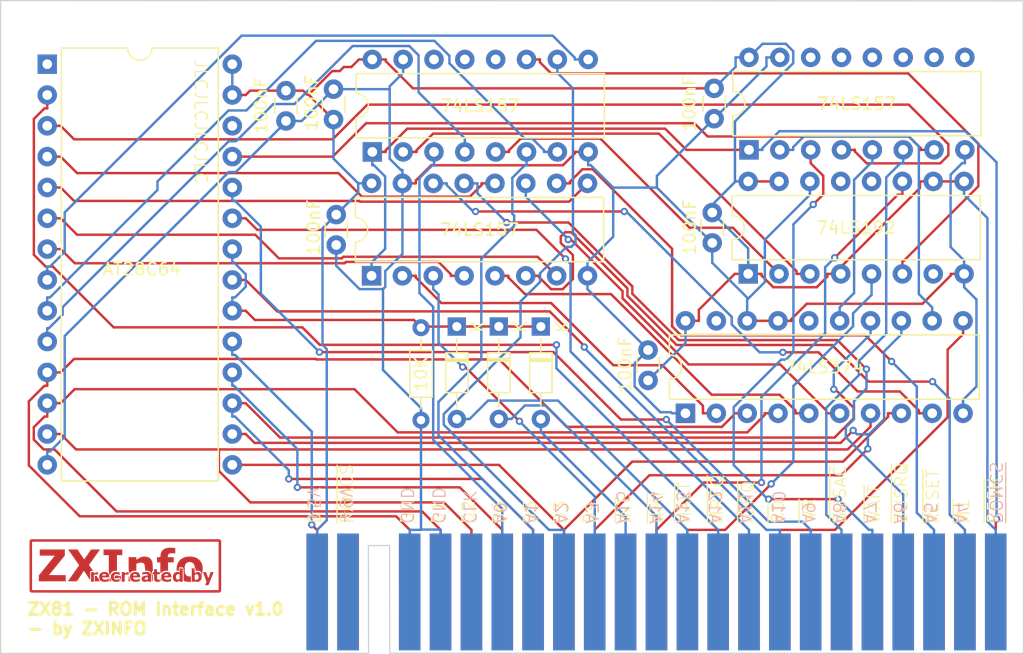
<source format=kicad_pcb>
(kicad_pcb (version 20240108) (generator "pcbnew") (generator_version "8.0")
  (layers (0 "F.Cu" signal) (31 "B.Cu" signal) (34 "B.Paste" user) (35 "F.Paste" user) (36 "B.SilkS" user "B.Silkscreen") (37 "F.SilkS" user "F.Silkscreen") (38 "B.Mask" user) (39 "F.Mask" user) (44 "Edge.Cuts" user))
  (net 0 "")
  (net 1 "GND")
  (net 2 "A13")
  (net 3 "A14")
  (net 4 "A15")
  (net 5 "A10")
  (net 7 "A4")
  (net 8 "A3")
  (net 9 "D7")
  (net 11 "A0")
  (net 12 "D0")
  (net 13 "D2")
  (net 14 "D5")
  (net 15 "A2")
  (net 17 "~{CS}")
  (net 19 "A12")
  (net 22 "~{HALT}")
  (net 23 "A11")
  (net 24 "D3")
  (net 25 "D6")
  (net 27 "~{RFSH}")
  (net 28 "A8")
  (net 29 "A1")
  (net 30 "A6")
  (net 31 "A9")
  (net 32 "D1")
  (net 34 "A7")
  (net 36 "D4")
  (net 38 "A5")
  (net 44 "~{MREQ}")
  (net 45 "/A5'")
  (net 46 "/A7'")
  (net 47 "/A8'")
  (net 48 "/A2'")
  (net 49 "/A0'")
  (net 50 "/A4'")
  (net 51 "/A1'")
  (net 52 "/A6'")
  (net 53 "/A3'")
  (net 54 "/D5'")
  (net 55 "/D3'")
  (net 56 "/D1'")
  (net 57 "/D0'")
  (net 58 "/D2'")
  (net 59 "/D4'")
  (net 61 "Net-(U3-QA)")
  (net 62 "Net-(U3-QB)")
  (net 63 "Net-(U3-QC)")
  (net 67 "~{RD}")
  (net 76 "+5V")
  (net 77 "~{NMI}")
  (footprint "Capacitor_THT:C_Disc_D3.0mm_W1.6mm_P2.50mm" (layer "F.Cu") (at 131.37 101.16 90)
    (property "Reference" "C2" (hide yes))
    (property "Value" "100nF")
  )
  (footprint "Capacitor_THT:C_Disc_D3.0mm_W1.6mm_P2.50mm" (layer "F.Cu") (at 136.655 87.33 -90)
    (property "Reference" "C3" (hide yes))
    (property "Value" "100nF")
  )
  (footprint "Capacitor_THT:C_Disc_D3.0mm_W1.6mm_P2.50mm" (layer "F.Cu") (at 136.81 77.09 -90)
    (property "Reference" "C6" (hide yes))
    (property "Value" "100nF")
  )
  (footprint "Package_DIP:DIP-16_W7.62mm" (layer "F.Cu") (at 139.68 82.16 90)
    (property "Reference" "U6" (hide yes))
    (property "Value" "74LS157")
  )
  (footprint "Package_DIP:DIP-28_W15.24mm" (layer "F.Cu") (at 81.89 75.1)
    (property "Reference" "U1" (hide yes))
    (property "Value" "AT28C64")
  )
  (footprint "Package_DIP:DIP-16_W7.62mm" (layer "F.Cu") (at 139.615 92.38 90)
    (property "Reference" "U3" (hide yes))
    (property "Value" "74LS192")
  )
  (footprint "Capacitor_THT:C_Disc_D3.0mm_W1.6mm_P2.50mm" (layer "F.Cu") (at 105.69 87.5 -90)
    (property "Reference" "C5" (hide yes))
    (property "Value" "100nF")
  )
  (footprint "Package_DIP:DIP-20_W7.62mm" (layer "F.Cu") (at 134.45 103.87 90)
    (property "Reference" "U2" (hide yes))
    (property "Value" "74LS374")
  )
  (footprint "Resistor_THT:R_Axial_DIN0204_L3.6mm_D1.6mm_P7.62mm_Horizontal" (layer "F.Cu") (at 112.67 96.815 -90)
    (property "Reference" "R2" (hide yes))
    (property "Value" "10K")
  )
  (footprint "Capacitor_THT:C_Disc_D3.0mm_W1.6mm_P2.50mm" (layer "F.Cu") (at 105.465 79.66 90)
    (property "Reference" "C4" (hide yes))
    (property "Value" "100nF")
  )
  (footprint "Diode_THT:D_DO-34_SOD68_P7.62mm_Horizontal" (layer "F.Cu") (at 115.62 96.725 -90)
    (property "Reference" "D6" (hide yes))
    (property "Value" "D")
  )
  (footprint "Diode_THT:D_DO-34_SOD68_P7.62mm_Horizontal" (layer "F.Cu") (at 119.08 96.715 -90)
    (property "Reference" "D5" (hide yes))
    (property "Value" "D")
  )
  (footprint "Diode_THT:D_DO-34_SOD68_P7.62mm_Horizontal" (layer "F.Cu") (at 122.54 96.725 -90)
    (property "Reference" "D4" (hide yes))
    (property "Value" "D")
  )
  (footprint "ZXINFO_FOOTPRINT:EDGE ZX81 BOTTOM" (layer "F.Cu") (at 133.3546 117.59)
    (property "Reference" "J1" (hide yes))
    (property "Value" "Connector ZX81" (hide yes))
  )
  (footprint "Package_DIP:DIP-16_W7.62mm" (layer "F.Cu") (at 108.66 82.33 90)
    (property "Reference" "U4" (hide yes))
    (property "Value" "74LS157")
  )
  (footprint "Capacitor_THT:C_Disc_D3.0mm_W1.6mm_P2.50mm" (layer "F.Cu") (at 101.55 77.28 -90)
    (property "Reference" "C1" (hide yes))
    (property "Value" "100nF")
  )
  (footprint "ZXINFO_FOOTPRINT:ZXInfo_kicad_logo_copper_16.5x5" (layer "F.Cu") (at 88.34 116.45)
    (property "Reference" "G200" (hide yes))
    (property "Value" "LOGO" (hide yes))
  )
  (footprint "Package_DIP:DIP-16_W7.62mm" (layer "F.Cu") (at 108.6 92.54 90)
    (property "Reference" "U5" (hide yes))
    (property "Value" "74LS157")
  )
  (gr_line (start 78.05 69.86) (end 162.26 69.88) (stroke (width 0.1)) (layer "Edge.Cuts"))
  (gr_line (start 108.335 114.7725) (end 108.35 123.66) (stroke (width 0.1)) (layer "Edge.Cuts"))
  (gr_line (start 108.35 123.66) (end 78.05 123.66) (stroke (width 0.1)) (layer "Edge.Cuts"))
  (gr_line (start 162.26 69.88) (end 162.29 123.66) (stroke (width 0.1)) (layer "Edge.Cuts"))
  (gr_line (start 108.335 114.7725) (end 110.085 114.7675) (stroke (width 0.1)) (layer "Edge.Cuts"))
  (gr_line (start 162.29 123.66) (end 110.1 123.645) (stroke (width 0.1)) (layer "Edge.Cuts"))
  (gr_line (start 78.05 123.66) (end 78.05 69.86) (stroke (width 0.1)) (layer "Edge.Cuts"))
  (gr_line (start 110.085 114.7675) (end 110.1 123.645) (stroke (width 0.1)) (layer "Edge.Cuts"))
  (gr_text "ZX81 - ROM Interface v1.0\n- by ZXINFO" (at 80.12 122.2 0) (layer "F.SilkS") (effects (font (size 1 1) (thickness 0.25) (bold yes)) (justify left bottom)))
  (gr_text "JLCJLCJLCJLC" (at 93.95 74.64 -90) (layer "F.SilkS") (effects (font (size 1 1) (thickness 0.1)) (justify left bottom)))
  (segment (start 143.1717 96.1085) (end 144.4362 94.844) (width 0.2) (layer "F.Cu") (net 1))
  (segment (start 124.3564 83.4317) (end 125.3382 82.4499) (width 0.2) (layer "F.Cu") (net 1))
  (segment (start 144.4362 94.844) (end 153.967 94.844) (width 0.2) (layer "F.Cu") (net 1))
  (segment (start 125.3382 82.33) (end 125.3383 82.33) (width 0.2) (layer "F.Cu") (net 1))
  (segment (start 153.967 94.844) (end 156.2933 92.5177) (width 0.2) (layer "F.Cu") (net 1))
  (segment (start 142.07 96.25) (end 143.1717 96.25) (width 0.2) (layer "F.Cu") (net 1))
  (segment (start 157.395 92.38) (end 156.2933 92.38) (width 0.2) (layer "F.Cu") (net 1))
  (segment (start 112.2417 84.92) (end 112.2417 84.6917) (width 0.2) (layer "F.Cu") (net 1))
  (segment (start 126.44 82.33) (end 125.3383 82.33) (width 0.2) (layer "F.Cu") (net 1))
  (segment (start 112.2417 84.6917) (end 113.5017 83.4317) (width 0.2) (layer "F.Cu") (net 1))
  (segment (start 139.53 96.25) (end 142.07 96.25) (width 0.2) (layer "F.Cu") (net 1))
  (segment (start 125.3382 82.4499) (end 125.3382 82.33) (width 0.2) (layer "F.Cu") (net 1))
  (segment (start 111.14 84.92) (end 112.2417 84.92) (width 0.2) (layer "F.Cu") (net 1))
  (segment (start 156.2933 92.5177) (end 156.2933 92.38) (width 0.2) (layer "F.Cu") (net 1))
  (segment (start 143.1717 96.25) (end 143.1717 96.1085) (width 0.2) (layer "F.Cu") (net 1))
  (segment (start 113.5017 83.4317) (end 124.3564 83.4317) (width 0.2) (layer "F.Cu") (net 1))
  (segment (start 109.5409 93.6417) (end 109.7285 93.4541) (width 0.2) (layer "B.Cu") (net 1))
  (segment (start 112.67 113.4546) (end 114.2563 113.4546) (width 0.2) (layer "B.Cu") (net 1))
  (segment (start 114.28 118.59) (end 114.28 113.4783) (width 0.2) (layer "B.Cu") (net 1))
  (segment (start 144.695 84.76) (end 144.695 85.8617) (width 0.2) (layer "B.Cu") (net 1))
  (segment (start 126.38 93.0908) (end 126.38 92.54) (width 0.2) (layer "B.Cu") (net 1))
  (segment (start 128.4985 89.3198) (end 126.38 91.4383) (width 0.2) (layer "B.Cu") (net 1))
  (segment (start 140.9867 93.0516) (end 140.9867 89.57) (width 0.2) (layer "B.Cu") (net 1))
  (segment (start 111.2 74.71) (end 111.2 75.8117) (width 0.2) (layer "B.Cu") (net 1))
  (segment (start 157.395 92.9308) (end 157.395 93.4817) (width 0.2) (layer "B.Cu") (net 1))
  (segment (start 134.45 103.87) (end 133.3483 103.87) (width 0.2) (layer "B.Cu") (net 1))
  (segment (start 136.655 89.83) (end 132.0968 85.2718) (width 0.2) (layer "B.Cu") (net 1))
  (segment (start 82.1183 107.0183) (end 81.89 107.0183) (width 0.2) (layer "B.Cu") (net 1))
  (segment (start 139.53 94.5083) (end 139.6138 94.4245) (width 0.2) (layer "B.Cu") (net 1))
  (segment (start 157.395 92.9308) (end 157.395 92.38) (width 0.2) (layer "B.Cu") (net 1))
  (segment (start 126.38 92.54) (end 126.38 91.4383) (width 0.2) (layer "B.Cu") (net 1))
  (segment (start 110.0919 77.16) (end 110.0919 76.9198) (width 0.2) (layer "B.Cu") (net 1))
  (segment (start 112.67 104.435) (end 112.67 103.4333) (width 0.2) (layer "B.Cu") (net 1))
  (segment (start 132.0968 85.2718) (end 132.0968 84.3032) (width 0.2) (layer "B.Cu") (net 1))
  (segment (start 111.14 83.8183) (end 111.0156 83.8183) (width 0.2) (layer "B.Cu") (net 1))
  (segment (start 140.9867 89.57) (end 144.695 85.8617) (width 0.2) (layer "B.Cu") (net 1))
  (segment (start 112.67 104.435) (end 112.67 105.4367) (width 0.2) (layer "B.Cu") (net 1))
  (segment (start 136.655 91.4658) (end 136.655 89.83) (width 0.2) (layer "B.Cu") (net 1))
  (segment (start 136.81 79.59) (end 141.1183 75.2817) (width 0.2) (layer "B.Cu") (net 1))
  (segment (start 107.6157 93.6417) (end 105.69 91.716) (width 0.2) (layer "B.Cu") (net 1))
  (segment (start 139.6138 94.4245) (end 140.9867 93.0516) (width 0.2) (layer "B.Cu") (net 1))
  (segment (start 157.46 82.16) (end 157.46 83.2617) (width 0.2) (layer "B.Cu") (net 1))
  (segment (start 83.3298 97.5006) (end 83.3298 105.8068) (width 0.2) (layer "B.Cu") (net 1))
  (segment (start 139.53 96.25) (end 139.53 95.1483) (width 0.2) (layer "B.Cu") (net 1))
  (segment (start 130.2613 99.7687) (end 131.37 98.66) (width 0.2) (layer "B.Cu") (net 1))
  (segment (start 111.14 90.74) (end 111.14 84.92) (width 0.2) (layer "B.Cu") (net 1))
  (segment (start 110.0919 77.16) (end 105.465 77.16) (width 0.2) (layer "B.Cu") (net 1))
  (segment (start 133.3483 103.87) (end 133.2614 103.7831) (width 0.2) (layer "B.Cu") (net 1))
  (segment (start 101.55 79.8609) (end 97.4209 83.99) (width 0.2) (layer "B.Cu") (net 1))
  (segment (start 132.0968 84.3032) (end 136.81 79.59) (width 0.2) (layer "B.Cu") (net 1))
  (segment (start 139.6138 94.4245) (end 136.655 91.4658) (width 0.2) (layer "B.Cu") (net 1))
  (segment (start 128.4985 85.2718) (end 132.0968 85.2718) (width 0.2) (layer "B.Cu") (net 1))
  (segment (start 112.67 103.4333) (end 109.5409 100.3042) (width 0.2) (layer "B.Cu") (net 1))
  (segment (start 139.53 95.1483) (end 139.53 94.5083) (width 0.2) (layer "B.Cu") (net 1))
  (segment (start 102.845 79.78) (end 101.55 79.78) (width 0.2) (layer "B.Cu") (net 1))
  (segment (start 156.2837 84.2097) (end 157.2317 83.2617) (width 0.2) (layer "B.Cu") (net 1))
  (segment (start 111.74 113.4783) (end 112.6463 113.4783) (width 0.2) (layer "B.Cu") (net 1))
  (segment (start 96.8404 83.99) (end 83.3298 97.5006) (width 0.2) (layer "B.Cu") (net 1))
  (segment (start 131.37 98.66) (end 131.37 98.6317) (width 0.2) (layer "B.Cu") (net 1))
  (segment (start 157.31 103.87) (end 157.31 102.7683) (width 0.2) (layer "B.Cu") (net 1))
  (segment (start 110.0919 82.8946) (end 110.0919 77.16) (width 0.2) (layer "B.Cu") (net 1))
  (segment (start 109.5409 93.6417) (end 107.6157 93.6417) (width 0.2) (layer "B.Cu") (net 1))
  (segment (start 158.4129 101.6654) (end 157.31 102.7683) (width 0.2) (layer "B.Cu") (net 1))
  (segment (start 132.3844 103.7831) (end 130.2613 101.66) (width 0.2) (layer "B.Cu") (net 1))
  (segment (start 112.67 105.4367) (end 112.67 113.4546) (width 0.2) (layer "B.Cu") (net 1))
  (segment (start 157.395 93.4817) (end 158.4129 94.4996) (width 0.2) (layer "B.Cu") (net 1))
  (segment (start 83.3298 105.8068) (end 82.1183 107.0183) (width 0.2) (layer "B.Cu") (net 1))
  (segment (start 158.4129 94.4996) (end 158.4129 101.6654) (width 0.2) (layer "B.Cu") (net 1))
  (segment (start 105.69 91.716) (end 105.69 90) (width 0.2) (layer "B.Cu") (net 1))
  (segment (start 126.44 82.33) (end 126.44 83.4317) (width 0.2) (layer "B.Cu") (net 1))
  (segment (start 157.395 92.38) (end 157.395 91.2783) (width 0.2) (layer "B.Cu") (net 1))
  (segment (start 133.2614 103.7831) (end 132.3844 103.7831) (width 0.2) (layer "B.Cu") (net 1))
  (segment (start 97.4209 83.99) (end 96.8404 83.99) (width 0.2) (layer "B.Cu") (net 1))
  (segment (start 109.7285 93.4541) (end 109.7285 92.1515) (width 0.2) (layer "B.Cu") (net 1))
  (segment (start 157.2317 83.2617) (end 157.46 83.2617) (width 0.2) (layer "B.Cu") (net 1))
  (segment (start 101.55 79.78) (end 101.55 79.8609) (width 0.2) (layer "B.Cu") (net 1))
  (segment (start 142.22 74.54) (end 141.1183 74.54) (width 0.2) (layer "B.Cu") (net 1))
  (segment (start 128.4985 85.2718) (end 128.4985 89.3198) (width 0.2) (layer "B.Cu") (net 1))
  (segment (start 157.395 91.2783) (end 156.2837 90.167) (width 0.2) (layer "B.Cu") (net 1))
  (segment (start 109.5409 100.3042) (end 109.5409 93.6417) (width 0.2) (layer "B.Cu") (net 1))
  (segment (start 126.6584 83.4317) (end 128.4985 85.2718) (width 0.2) (layer "B.Cu") (net 1))
  (segment (start 130.2613 101.66) (end 130.2613 99.7687) (width 0.2) (layer "B.Cu") (net 1))
  (segment (start 111.0156 83.8183) (end 110.0919 82.8946) (width 0.2) (layer "B.Cu") (net 1))
  (segment (start 81.89 108.12) (end 81.89 107.0183) (width 0.2) (layer "B.Cu") (net 1))
  (segment (start 126.44 83.4317) (end 126.6584 83.4317) (width 0.2) (layer "B.Cu") (net 1))
  (segment (start 114.2563 113.4546) (end 114.28 113.4783) (width 0.2) (layer "B.Cu") (net 1))
  (segment (start 109.7285 92.1515) (end 111.14 90.74) (width 0.2) (layer "B.Cu") (net 1))
  (segment (start 105.465 77.16) (end 102.845 79.78) (width 0.2) (layer "B.Cu") (net 1))
  (segment (start 112.6463 113.4783) (end 112.67 113.4546) (width 0.2) (layer "B.Cu") (net 1))
  (segment (start 141.1183 75.2817) (end 141.1183 74.54) (width 0.2) (layer "B.Cu") (net 1))
  (segment (start 126.38 93.0908) (end 126.38 93.6417) (width 0.2) (layer "B.Cu") (net 1))
  (segment (start 111.14 84.92) (end 111.14 83.8183) (width 0.2) (layer "B.Cu") (net 1))
  (segment (start 131.37 98.6317) (end 126.38 93.6417) (width 0.2) (layer "B.Cu") (net 1))
  (segment (start 111.74 118.59) (end 111.74 113.4783) (width 0.2) (layer "B.Cu") (net 1))
  (segment (start 110.0919 76.9198) (end 111.2 75.8117) (width 0.2) (layer "B.Cu") (net 1))
  (segment (start 156.2837 90.167) (end 156.2837 84.2097) (width 0.2) (layer "B.Cu") (net 1))
  (segment (start 134.6 113.4783) (end 123.9465 102.8248) (width 0.2) (layer "B.Cu") (net 2))
  (segment (start 118.1919 102.8248) (end 116.6717 104.345) (width 0.2) (layer "B.Cu") (net 2))
  (segment (start 115.62 104.345) (end 116.6717 104.345) (width 0.2) (layer "B.Cu") (net 2))
  (segment (start 134.6 118.59) (end 134.6 113.4783) (width 0.2) (layer "B.Cu") (net 2))
  (segment (start 123.9465 102.8248) (end 118.1919 102.8248) (width 0.2) (layer "B.Cu") (net 2))
  (segment (start 132.06 118.59) (end 132.06 112.3403) (width 0.2) (layer "B.Cu") (net 3))
  (segment (start 132.06 112.3403) (end 122.9462 103.2265) (width 0.2) (layer "B.Cu") (net 3))
  (segment (start 120.1317 104.3212) (end 120.1317 104.335) (width 0.2) (layer "B.Cu") (net 3))
  (segment (start 119.08 104.335) (end 120.1317 104.335) (width 0.2) (layer "B.Cu") (net 3))
  (segment (start 121.2264 103.2265) (end 120.1317 104.3212) (width 0.2) (layer "B.Cu") (net 3))
  (segment (start 122.9462 103.2265) (end 121.2264 103.2265) (width 0.2) (layer "B.Cu") (net 3))
  (segment (start 122.54 104.345) (end 122.54 105.3967) (width 0.2) (layer "B.Cu") (net 4))
  (segment (start 129.52 112.3767) (end 122.54 105.3967) (width 0.2) (layer "B.Cu") (net 4))
  (segment (start 129.52 118.59) (end 129.52 112.3767) (width 0.2) (layer "B.Cu") (net 4))
  (segment (start 97.13 92.88) (end 98.2317 92.88) (width 0.2) (layer "F.Cu") (net 5))
  (segment (start 126.1164 98.3242) (end 126.1164 98.4115) (width 0.2) (layer "F.Cu") (net 5))
  (segment (start 100.8231 95.4714) (end 123.2636 95.4714) (width 0.2) (layer "F.Cu") (net 5))
  (segment (start 123.2636 95.4714) (end 126.1164 98.3242) (width 0.2) (layer "F.Cu") (net 5))
  (segment (start 98.2317 92.88) (end 100.8231 95.4714) (width 0.2) (layer "F.Cu") (net 5))
  (via (at 126.1164 98.4115) (size 0.6) (drill 0.3) (layers "F.Cu" "B.Cu") (net 5))
  (segment (start 126.1164 98.4115) (end 126.1164 98.4769) (width 0.2) (layer "B.Cu") (net 5))
  (segment (start 141.1178 113.4783) (end 142.22 113.4783) (width 0.2) (layer "B.Cu") (net 5))
  (segment (start 126.1164 98.4769) (end 141.1178 113.4783) (width 0.2) (layer "B.Cu") (net 5))
  (segment (start 142.22 118.59) (end 142.22 113.4783) (width 0.2) (layer "B.Cu") (net 5))
  (segment (start 129.6705 93.5767) (end 125.0446 88.9508) (width 0.2) (layer "F.Cu") (net 7))
  (segment (start 123.385 93.6449) (end 122.4017 92.6616) (width 0.2) (layer "F.Cu") (net 7))
  (segment (start 125.1787 90.8323) (end 125.1787 92.8011) (width 0.2) (layer "F.Cu") (net 7))
  (segment (start 129.6705 94.196) (end 129.6705 93.5767) (width 0.2) (layer "F.Cu") (net 7))
  (segment (start 124.5362 88.9508) (end 124.1793 89.3077) (width 0.2) (layer "F.Cu") (net 7))
  (segment (start 122.4017 92.6616) (end 122.4017 92.54) (width 0.2) (layer "F.Cu") (net 7))
  (segment (start 146.514 98.2453) (end 133.7198 98.2453) (width 0.2) (layer "F.Cu") (net 7))
  (segment (start 125.1787 92.8011) (end 124.3349 93.6449) (width 0.2) (layer "F.Cu") (net 7))
  (segment (start 124.3349 93.6449) (end 123.385 93.6449) (width 0.2) (layer "F.Cu") (net 7))
  (segment (start 149.5287 101.26) (end 146.514 98.2453) (width 0.2) (layer "F.Cu") (net 7))
  (segment (start 125.0446 88.9508) (end 124.5362 88.9508) (width 0.2) (layer "F.Cu") (net 7))
  (segment (start 124.1793 89.3077) (end 124.1793 89.8329) (width 0.2) (layer "F.Cu") (net 7))
  (segment (start 154.7984 101.26) (end 149.5287 101.26) (width 0.2) (layer "F.Cu") (net 7))
  (segment (start 124.1793 89.8329) (end 125.1787 90.8323) (width 0.2) (layer "F.Cu") (net 7))
  (segment (start 133.7198 98.2453) (end 129.6705 94.196) (width 0.2) (layer "F.Cu") (net 7))
  (segment (start 121.3 92.54) (end 122.4017 92.54) (width 0.2) (layer "F.Cu") (net 7))
  (via (at 154.7984 101.26) (size 0.6) (drill 0.3) (layers "F.Cu" "B.Cu") (net 7))
  (segment (start 157.46 113.4783) (end 156.2083 112.2266) (width 0.2) (layer "B.Cu") (net 7))
  (segment (start 157.46 118.59) (end 157.46 113.4783) (width 0.2) (layer "B.Cu") (net 7))
  (segment (start 156.2083 102.6699) (end 154.7984 101.26) (width 0.2) (layer "B.Cu") (net 7))
  (segment (start 156.2083 112.2266) (end 156.2083 102.6699) (width 0.2) (layer "B.Cu") (net 7))
  (segment (start 116.3081 100.0568) (end 120.7775 104.5262) (width 0.2) (layer "F.Cu") (net 8))
  (segment (start 116.1003 100.0568) (end 116.3081 100.0568) (width 0.2) (layer "F.Cu") (net 8))
  (via (at 120.7775 104.5262) (size 0.6) (drill 0.3) (layers "F.Cu" "B.Cu") (net 8))
  (via (at 116.1003 100.0568) (size 0.6) (drill 0.3) (layers "F.Cu" "B.Cu") (net 8))
  (segment (start 114.1141 94.0758) (end 114.1141 98.0706) (width 0.2) (layer "B.Cu") (net 8))
  (segment (start 113.68 92.54) (end 113.68 93.6417) (width 0.2) (layer "B.Cu") (net 8))
  (segment (start 114.1141 98.0706) (end 116.1003 100.0568) (width 0.2) (layer "B.Cu") (net 8))
  (segment (start 113.68 93.6417) (end 114.1141 94.0758) (width 0.2) (layer "B.Cu") (net 8))
  (segment (start 120.7775 104.5262) (end 126.98 110.7287) (width 0.2) (layer "B.Cu") (net 8))
  (segment (start 126.98 110.7287) (end 126.98 118.59) (width 0.2) (layer "B.Cu") (net 8))
  (segment (start 104.1246 118.59) (end 104.1246 113.4783) (width 0.2) (layer "F.Cu") (net 9))
  (segment (start 104.1246 113.4783) (end 104.0979 113.4783) (width 0.2) (layer "F.Cu") (net 9))
  (segment (start 104.0979 113.4783) (end 103.6733 113.0537) (width 0.2) (layer "F.Cu") (net 9))
  (via (at 103.6733 113.0537) (size 0.6) (drill 0.3) (layers "F.Cu" "B.Cu") (net 9))
  (segment (start 97.13 99.0617) (end 97.3583 99.0617) (width 0.2) (layer "B.Cu") (net 9))
  (segment (start 97.3583 99.0617) (end 103.6733 105.3767) (width 0.2) (layer "B.Cu") (net 9))
  (segment (start 103.6733 105.3767) (end 103.6733 113.0537) (width 0.2) (layer "B.Cu") (net 9))
  (segment (start 97.13 97.96) (end 97.13 99.0617) (width 0.2) (layer "B.Cu") (net 9))
  (segment (start 113.6742 106.061) (end 119.36 111.7468) (width 0.2) (layer "B.Cu") (net 11))
  (segment (start 112.5428 84.4912) (end 112.5428 93.9716) (width 0.2) (layer "B.Cu") (net 11))
  (segment (start 113.74 82.33) (end 113.74 83.4317) (width 0.2) (layer "B.Cu") (net 11))
  (segment (start 113.6742 95.103) (end 113.6742 106.061) (width 0.2) (layer "B.Cu") (net 11))
  (segment (start 112.5428 93.9716) (end 113.6742 95.103) (width 0.2) (layer "B.Cu") (net 11))
  (segment (start 119.36 111.7468) (end 119.36 118.59) (width 0.2) (layer "B.Cu") (net 11))
  (segment (start 113.74 83.4317) (end 113.6023 83.4317) (width 0.2) (layer "B.Cu") (net 11))
  (segment (start 113.6023 83.4317) (end 112.5428 84.4912) (width 0.2) (layer "B.Cu") (net 11))
  (segment (start 110.6272 112.3609) (end 84.5673 112.3609) (width 0.2) (layer "F.Cu") (net 12))
  (segment (start 80.3753 108.1689) (end 80.3753 102.8881) (width 0.2) (layer "F.Cu") (net 12))
  (segment (start 111.7446 113.4783) (end 110.6272 112.3609) (width 0.2) (layer "F.Cu") (net 12))
  (segment (start 80.3753 102.8881) (end 81.6617 101.6017) (width 0.2) (layer "F.Cu") (net 12))
  (segment (start 81.89 100.5) (end 81.89 101.6017) (width 0.2) (layer "F.Cu") (net 12))
  (segment (start 84.103 99.3887) (end 104.0152 99.3887) (width 0.2) (layer "F.Cu") (net 12))
  (segment (start 104.0588 99.4323) (end 119.1147 99.4323) (width 0.2) (layer "F.Cu") (net 12))
  (segment (start 81.6617 101.6017) (end 81.89 101.6017) (width 0.2) (layer "F.Cu") (net 12))
  (segment (start 124.6689 104.9865) (end 137.4496 104.9865) (width 0.2) (layer "F.Cu") (net 12))
  (segment (start 119.1147 99.4323) (end 124.6689 104.9865) (width 0.2) (layer "F.Cu") (net 12))
  (segment (start 138.4283 104.0078) (end 138.4283 103.87) (width 0.2) (layer "F.Cu") (net 12))
  (segment (start 84.5673 112.3609) (end 80.3753 108.1689) (width 0.2) (layer "F.Cu") (net 12))
  (segment (start 104.0152 99.3887) (end 104.0588 99.4323) (width 0.2) (layer "F.Cu") (net 12))
  (segment (start 137.4496 104.9865) (end 138.4283 104.0078) (width 0.2) (layer "F.Cu") (net 12))
  (segment (start 139.53 103.87) (end 138.4283 103.87) (width 0.2) (layer "F.Cu") (net 12))
  (segment (start 81.89 100.5) (end 82.9917 100.5) (width 0.2) (layer "F.Cu") (net 12))
  (segment (start 111.7446 118.59) (end 111.7446 113.4783) (width 0.2) (layer "F.Cu") (net 12))
  (segment (start 82.9917 100.5) (end 84.103 99.3887) (width 0.2) (layer "F.Cu") (net 12))
  (segment (start 84.2619 106.8502) (end 82.9917 105.58) (width 0.2) (layer "F.Cu") (net 13))
  (segment (start 147.8115 106.8502) (end 96.0253 106.8502) (width 0.2) (layer "F.Cu") (net 13))
  (segment (start 116.8246 118.59) (end 116.8246 113.4783) (width 0.2) (layer "F.Cu") (net 13))
  (segment (start 149.69 104.9717) (end 147.8115 106.8502) (width 0.2) (layer "F.Cu") (net 13))
  (segment (start 96.0253 108.6236) (end 98.617 111.2153) (width 0.2) (layer "F.Cu") (net 13))
  (segment (start 149.69 103.87) (end 149.69 104.9717) (width 0.2) (layer "F.Cu") (net 13))
  (segment (start 98.617 111.2153) (end 114.5616 111.2153) (width 0.2) (layer "F.Cu") (net 13))
  (segment (start 96.0253 106.8502) (end 84.2619 106.8502) (width 0.2) (layer "F.Cu") (net 13))
  (segment (start 96.0253 106.8502) (end 96.0253 108.6236) (width 0.2) (layer "F.Cu") (net 13))
  (segment (start 81.89 105.58) (end 82.9917 105.58) (width 0.2) (layer "F.Cu") (net 13))
  (segment (start 114.5616 111.2153) (end 116.8246 113.4783) (width 0.2) (layer "F.Cu") (net 13))
  (segment (start 117.7096 109.2833) (end 101.7828 109.2833) (width 0.2) (layer "F.Cu") (net 14))
  (segment (start 121.9046 113.4783) (end 117.7096 109.2833) (width 0.2) (layer "F.Cu") (net 14))
  (segment (start 148.2881 103.4011) (end 148.2881 104.3058) (width 0.2) (layer "F.Cu") (net 14))
  (segment (start 97.13 103.04) (end 98.2317 103.04) (width 0.2) (layer "F.Cu") (net 14))
  (segment (start 121.9046 118.59) (end 121.9046 113.4783) (width 0.2) (layer "F.Cu") (net 14))
  (segment (start 146.7815 101.8945) (end 148.2881 103.4011) (width 0.2) (layer "F.Cu") (net 14))
  (segment (start 101.0656 105.8739) (end 98.2317 103.04) (width 0.2) (layer "F.Cu") (net 14))
  (segment (start 146.6618 101.8945) (end 146.7815 101.8945) (width 0.2) (layer "F.Cu") (net 14))
  (segment (start 148.2881 104.3058) (end 146.72 105.8739) (width 0.2) (layer "F.Cu") (net 14))
  (segment (start 146.72 105.8739) (end 101.0656 105.8739) (width 0.2) (layer "F.Cu") (net 14))
  (via (at 146.6618 101.8945) (size 0.6) (drill 0.3) (layers "F.Cu" "B.Cu") (net 14))
  (via (at 101.7828 109.2833) (size 0.6) (drill 0.3) (layers "F.Cu" "B.Cu") (net 14))
  (segment (start 146.6618 101.8945) (end 146.6618 100.3799) (width 0.2) (layer "B.Cu") (net 14))
  (segment (start 101.7828 109.2833) (end 101.7828 108.5662) (width 0.2) (layer "B.Cu") (net 14))
  (segment (start 149.69 96.25) (end 149.69 97.3517) (width 0.2) (layer "B.Cu") (net 14))
  (segment (start 146.6618 100.3799) (end 149.69 97.3517) (width 0.2) (layer "B.Cu") (net 14))
  (segment (start 97.13 103.04) (end 97.13 104.1417) (width 0.2) (layer "B.Cu") (net 14))
  (segment (start 101.7828 108.5662) (end 97.3583 104.1417) (width 0.2) (layer "B.Cu") (net 14))
  (segment (start 97.3583 104.1417) (end 97.13 104.1417) (width 0.2) (layer "B.Cu") (net 14))
  (segment (start 125.1826 88.9689) (end 125.1826 77.0943) (width 0.2) (layer "B.Cu") (net 15))
  (segment (start 120.8637 94.6578) (end 122.4741 93.0474) (width 0.2) (layer "B.Cu") (net 15))
  (segment (start 124.6552 90.1543) (end 125.0429 90.1543) (width 0.2) (layer "B.Cu") (net 15))
  (segment (start 122.4741 92.3354) (end 124.6552 90.1543) (width 0.2) (layer "B.Cu") (net 15))
  (segment (start 125.3954 89.1817) (end 125.1826 88.9689) (width 0.2) (layer "B.Cu") (net 15))
  (segment (start 123.2074 113.4783) (end 114.5412 104.8121) (width 0.2) (layer "B.Cu") (net 15))
  (segment (start 122.4741 93.0474) (end 122.4741 92.3354) (width 0.2) (layer "B.Cu") (net 15))
  (segment (start 124.44 113.4783) (end 123.2074 113.4783) (width 0.2) (layer "B.Cu") (net 15))
  (segment (start 114.5412 103.9364) (end 120.8637 97.6139) (width 0.2) (layer "B.Cu") (net 15))
  (segment (start 125.1826 77.0943) (end 123.9 75.8117) (width 0.2) (layer "B.Cu") (net 15))
  (segment (start 124.44 118.59) (end 124.44 113.4783) (width 0.2) (layer "B.Cu") (net 15))
  (segment (start 120.8637 97.6139) (end 120.8637 94.6578) (width 0.2) (layer "B.Cu") (net 15))
  (segment (start 125.3954 89.8018) (end 125.3954 89.1817) (width 0.2) (layer "B.Cu") (net 15))
  (segment (start 114.5412 104.8121) (end 114.5412 103.9364) (width 0.2) (layer "B.Cu") (net 15))
  (segment (start 125.0429 90.1543) (end 125.3954 89.8018) (width 0.2) (layer "B.Cu") (net 15))
  (segment (start 123.9 74.71) (end 123.9 75.8117) (width 0.2) (layer "B.Cu") (net 15))
  (segment (start 98.9902 96.1785) (end 98.2317 95.42) (width 0.2) (layer "F.Cu") (net 17))
  (segment (start 112.67 96.77) (end 112.67 96.815) (width 0.2) (layer "F.Cu") (net 17))
  (segment (start 112.715 96.725) (end 112.67 96.77) (width 0.2) (layer "F.Cu") (net 17))
  (segment (start 97.13 95.42) (end 98.2317 95.42) (width 0.2) (layer "F.Cu") (net 17))
  (segment (start 122.54 96.725) (end 120.1417 96.725) (width 0.2) (layer "F.Cu") (net 17))
  (segment (start 119.08 96.715) (end 116.6817 96.715) (width 0.2) (layer "F.Cu") (net 17))
  (segment (start 115.62 96.725) (end 116.6717 96.725) (width 0.2) (layer "F.Cu") (net 17))
  (segment (start 112.0785 96.1785) (end 98.9902 96.1785) (width 0.2) (layer "F.Cu") (net 17))
  (segment (start 119.08 96.715) (end 120.1317 96.715) (width 0.2) (layer "F.Cu") (net 17))
  (segment (start 112.67 96.77) (end 112.0785 96.1785) (width 0.2) (layer "F.Cu") (net 17))
  (segment (start 120.1417 96.725) (end 120.1317 96.715) (width 0.2) (layer "F.Cu") (net 17))
  (segment (start 116.6817 96.715) (end 116.6717 96.725) (width 0.2) (layer "F.Cu") (net 17))
  (segment (start 115.62 96.725) (end 112.715 96.725) (width 0.2) (layer "F.Cu") (net 17))
  (segment (start 98.2353 93.4413) (end 97.3583 94.3183) (width 0.2) (layer "B.Cu") (net 17))
  (segment (start 97.13 91.4417) (end 97.2677 91.4417) (width 0.2) (layer "B.Cu") (net 17))
  (segment (start 97.13 90.34) (end 97.13 91.4417) (width 0.2) (layer "B.Cu") (net 17))
  (segment (start 97.2677 91.4417) (end 98.2353 92.4093) (width 0.2) (layer "B.Cu") (net 17))
  (segment (start 97.3583 94.3183) (end 97.13 94.3183) (width 0.2) (layer "B.Cu") (net 17))
  (segment (start 97.13 95.42) (end 97.13 94.3183) (width 0.2) (layer "B.Cu") (net 17))
  (segment (start 98.2353 92.4093) (end 98.2353 93.4413) (width 0.2) (layer "B.Cu") (net 17))
  (segment (start 81.89 77.64) (end 81.89 78.7417) (width 0.2) (layer "F.Cu") (net 19))
  (segment (start 87.3551 96.787) (end 82.3464 91.7783) (width 0.2) (layer "F.Cu") (net 19))
  (segment (start 80.7883 79.6151) (end 81.6617 78.7417) (width 0.2) (layer "F.Cu") (net 19))
  (segment (start 80.7883 90.8046) (end 80.7883 79.6151) (width 0.2) (layer "F.Cu") (net 19))
  (segment (start 104.3368 98.2289) (end 102.8949 96.787) (width 0.2) (layer "F.Cu") (net 19))
  (segment (start 102.8949 96.787) (end 87.3551 96.787) (width 0.2) (layer "F.Cu") (net 19))
  (segment (start 81.6617 78.7417) (end 81.89 78.7417) (width 0.2) (layer "F.Cu") (net 19))
  (segment (start 82.3464 91.7783) (end 81.762 91.7783) (width 0.2) (layer "F.Cu") (net 19))
  (segment (start 81.762 91.7783) (end 80.7883 90.8046) (width 0.2) (layer "F.Cu") (net 19))
  (segment (start 123.8231 98.2289) (end 104.3368 98.2289) (width 0.2) (layer "F.Cu") (net 19))
  (via (at 123.8231 98.2289) (size 0.6) (drill 0.3) (layers "F.Cu" "B.Cu") (net 19))
  (segment (start 137.14 113.4783) (end 123.8231 100.1614) (width 0.2) (layer "B.Cu") (net 19))
  (segment (start 123.8231 100.1614) (end 123.8231 98.2289) (width 0.2) (layer "B.Cu") (net 19))
  (segment (start 137.14 118.59) (end 137.14 113.4783) (width 0.2) (layer "B.Cu") (net 19))
  (segment (start 134.6046 113.4783) (end 137.7203 113.4783) (width 0.2) (layer "F.Cu") (net 22))
  (segment (start 134.6046 118.59) (end 134.6046 113.4783) (width 0.2) (layer "F.Cu") (net 22))
  (segment (start 137.7203 113.4783) (end 141.5091 109.6895) (width 0.2) (layer "F.Cu") (net 22))
  (via (at 141.5091 109.6895) (size 0.6) (drill 0.3) (layers "F.Cu" "B.Cu") (net 22))
  (segment (start 149.775 92.38) (end 149.775 94.1117) (width 0.2) (layer "B.Cu") (net 22))
  (segment (start 149.775 94.1117) (end 148.2529 95.6338) (width 0.2) (layer "B.Cu") (net 22))
  (segment (start 148.2529 96.7052) (end 143.34 101.6181) (width 0.2) (layer "B.Cu") (net 22))
  (segment (start 143.34 107.8586) (end 141.5091 109.6895) (width 0.2) (layer "B.Cu") (net 22))
  (segment (start 143.34 101.6181) (end 143.34 107.8586) (width 0.2) (layer "B.Cu") (net 22))
  (segment (start 148.2529 95.6338) (end 148.2529 96.7052) (width 0.2) (layer "B.Cu") (net 22))
  (segment (start 97.13 87.8) (end 98.2317 87.8) (width 0.2) (layer "F.Cu") (net 23))
  (segment (start 122.175 88.75) (end 124.5697 91.1447) (width 0.2) (layer "F.Cu") (net 23))
  (segment (start 99.1817 88.75) (end 122.175 88.75) (width 0.2) (layer "F.Cu") (net 23))
  (segment (start 98.2317 87.8) (end 99.1817 88.75) (width 0.2) (layer "F.Cu") (net 23))
  (via (at 124.5697 91.1447) (size 0.6) (drill 0.3) (layers "F.Cu" "B.Cu") (net 23))
  (segment (start 124.9851 91.5601) (end 124.5697 91.1447) (width 0.2) (layer "B.Cu") (net 23))
  (segment (start 139.68 118.59) (end 139.68 113.4783) (width 0.2) (layer "B.Cu") (net 23))
  (segment (start 139.68 113.4783) (end 124.9851 98.7834) (width 0.2) (layer "B.Cu") (net 23))
  (segment (start 124.9851 98.7834) (end 124.9851 91.5601) (width 0.2) (layer "B.Cu") (net 23))
  (segment (start 119.0863 108.12) (end 124.4446 113.4783) (width 0.2) (layer "F.Cu") (net 24))
  (segment (start 97.13 108.12) (end 98.2317 108.12) (width 0.2) (layer "F.Cu") (net 24))
  (segment (start 151.1283 104.1599) (end 147.4327 107.8555) (width 0.2) (layer "F.Cu") (net 24))
  (segment (start 124.4446 118.59) (end 124.4446 113.4783) (width 0.2) (layer "F.Cu") (net 24))
  (segment (start 152.23 103.87) (end 151.1283 103.87) (width 0.2) (layer "F.Cu") (net 24))
  (segment (start 151.1283 103.87) (end 151.1283 104.1599) (width 0.2) (layer "F.Cu") (net 24))
  (segment (start 147.4327 107.8555) (end 130.0674 107.8555) (width 0.2) (layer "F.Cu") (net 24))
  (segment (start 98.2317 108.12) (end 119.0863 108.12) (width 0.2) (layer "F.Cu") (net 24))
  (segment (start 130.0674 107.8555) (end 124.4446 113.4783) (width 0.2) (layer "F.Cu") (net 24))
  (segment (start 115.8611 109.9748) (end 119.3646 113.4783) (width 0.2) (layer "F.Cu") (net 25))
  (segment (start 102.4894 109.9748) (end 115.8611 109.9748) (width 0.2) (layer "F.Cu") (net 25))
  (segment (start 119.3646 118.59) (end 119.3646 113.4783) (width 0.2) (layer "F.Cu") (net 25))
  (via (at 102.4894 109.9748) (size 0.6) (drill 0.3) (layers "F.Cu" "B.Cu") (net 25))
  (segment (start 97.13 101.6017) (end 97.2677 101.6017) (width 0.2) (layer "B.Cu") (net 25))
  (segment (start 97.13 100.5) (end 97.13 101.6017) (width 0.2) (layer "B.Cu") (net 25))
  (segment (start 102.4894 106.8234) (end 102.4894 109.9748) (width 0.2) (layer "B.Cu") (net 25))
  (segment (start 97.2677 101.6017) (end 102.4894 106.8234) (width 0.2) (layer "B.Cu") (net 25))
  (segment (start 160.0707 112.5838) (end 160.0046 112.6499) (width 0.2) (layer "F.Cu") (net 27))
  (segment (start 134.5235 82.16) (end 132.7802 80.4167) (width 0.2) (layer "F.Cu") (net 27))
  (segment (start 111.5372 80.4167) (end 109.7617 82.1922) (width 0.2) (layer "F.Cu") (net 27))
  (segment (start 109.7617 82.1922) (end 109.7617 82.33) (width 0.2) (layer "F.Cu") (net 27))
  (segment (start 138.5783 82.16) (end 134.5235 82.16) (width 0.2) (layer "F.Cu") (net 27))
  (segment (start 132.7802 80.4167) (end 111.5372 80.4167) (width 0.2) (layer "F.Cu") (net 27))
  (segment (start 108.66 82.33) (end 109.7617 82.33) (width 0.2) (layer "F.Cu") (net 27))
  (segment (start 139.68 82.16) (end 138.5783 82.16) (width 0.2) (layer "F.Cu") (net 27))
  (segment (start 160.0046 112.6499) (end 160.0046 118.59) (width 0.2) (layer "F.Cu") (net 27))
  (via (at 160.0707 112.5838) (size 0.6) (drill 0.3) (layers "F.Cu" "B.Cu") (net 27))
  (segment (start 140.7817 82.16) (end 140.7817 82.0223) (width 0.2) (layer "B.Cu") (net 27))
  (segment (start 139.68 82.16) (end 140.7817 82.16) (width 0.2) (layer "B.Cu") (net 27))
  (segment (start 109.7187 90.3196) (end 108.6 91.4383) (width 0.2) (layer "B.Cu") (net 27))
  (segment (start 142.1794 80.6246) (end 157.5034 80.6246) (width 0.2) (layer "B.Cu") (net 27))
  (segment (start 108.7925 83.4317) (end 109.7187 84.3579) (width 0.2) (layer "B.Cu") (net 27))
  (segment (start 108.66 82.33) (end 108.66 83.4317) (width 0.2) (layer "B.Cu") (net 27))
  (segment (start 108.6 92.54) (end 108.6 91.4383) (width 0.2) (layer "B.Cu") (net 27))
  (segment (start 160.0707 83.1919) (end 160.0707 112.5838) (width 0.2) (layer "B.Cu") (net 27))
  (segment (start 157.5034 80.6246) (end 160.0707 83.1919) (width 0.2) (layer "B.Cu") (net 27))
  (segment (start 140.7817 82.0223) (end 142.1794 80.6246) (width 0.2) (layer "B.Cu") (net 27))
  (segment (start 108.66 83.4317) (end 108.7925 83.4317) (width 0.2) (layer "B.Cu") (net 27))
  (segment (start 109.7187 84.3579) (end 109.7187 90.3196) (width 0.2) (layer "B.Cu") (net 27))
  (segment (start 146.0483 112.2266) (end 147.3 113.4783) (width 0.2) (layer "B.Cu") (net 28))
  (segment (start 150.9811 84.4323) (end 150.9811 97.3124) (width 0.2) (layer "B.Cu") (net 28))
  (segment (start 148.7449 99.5486) (end 148.7449 100.717) (width 0.2) (layer "B.Cu") (net 28))
  (segment (start 152.38 82.16) (end 152.38 83.2617) (width 0.2) (layer "B.Cu") (net 28))
  (segment (start 152.38 83.2617) (end 152.1517 83.2617) (width 0.2) (layer "B.Cu") (net 28))
  (segment (start 152.1517 83.2617) (end 150.9811 84.4323) (width 0.2) (layer "B.Cu") (net 28))
  (segment (start 150.9811 97.3124) (end 148.7449 99.5486) (width 0.2) (layer "B.Cu") (net 28))
  (segment (start 148.7449 100.717) (end 146.0483 103.4136) (width 0.2) (layer "B.Cu") (net 28))
  (segment (start 146.0483 103.4136) (end 146.0483 112.2266) (width 0.2) (layer "B.Cu") (net 28))
  (segment (start 147.3 118.59) (end 147.3 113.4783) (width 0.2) (layer "B.Cu") (net 28))
  (segment (start 117.6358 99.4066) (end 114.1085 102.9339) (width 0.2) (layer "B.Cu") (net 29))
  (segment (start 121.36 83.4317) (end 121.2223 83.4317) (width 0.2) (layer "B.Cu") (net 29))
  (segment (start 121.2223 83.4317) (end 120.1915 84.4625) (width 0.2) (layer "B.Cu") (net 29))
  (segment (start 120.3437 88.4264) (end 117.6358 91.1343) (width 0.2) (layer "B.Cu") (net 29))
  (segment (start 120.1915 87.4238) (end 120.3437 87.576) (width 0.2) (layer "B.Cu") (net 29))
  (segment (start 120.3437 87.576) (end 120.3437 88.4264) (width 0.2) (layer "B.Cu") (net 29))
  (segment (start 117.6358 91.1343) (end 117.6358 99.4066) (width 0.2) (layer "B.Cu") (net 29))
  (segment (start 114.1085 105.6868) (end 121.9 113.4783) (width 0.2) (layer "B.Cu") (net 29))
  (segment (start 121.9 118.59) (end 121.9 113.4783) (width 0.2) (layer "B.Cu") (net 29))
  (segment (start 121.36 82.33) (end 121.36 83.4317) (width 0.2) (layer "B.Cu") (net 29))
  (segment (start 120.1915 84.4625) (end 120.1915 87.4238) (width 0.2) (layer "B.Cu") (net 29))
  (segment (start 114.1085 102.9339) (end 114.1085 105.6868) (width 0.2) (layer "B.Cu") (net 29))
  (segment (start 130.0722 94.0167) (end 130.0722 93.4078) (width 0.2) (layer "F.Cu") (net 30))
  (segment (start 133.8991 97.8436) (end 130.0722 94.0167) (width 0.2) (layer "F.Cu") (net 30))
  (segment (start 149.354 100.2342) (end 146.9634 97.8436) (width 0.2) (layer "F.Cu") (net 30))
  (segment (start 146.9634 97.8436) (end 133.8991 97.8436) (width 0.2) (layer "F.Cu") (net 30))
  (segment (start 124.8118 88.1474) (end 119.7249 88.1474) (width 0.2) (layer "F.Cu") (net 30))
  (segment (start 130.0722 93.4078) (end 124.8118 88.1474) (width 0.2) (layer "F.Cu") (net 30))
  (via (at 149.354 100.2342) (size 0.6) (drill 0.3) (layers "F.Cu" "B.Cu") (net 30))
  (via (at 119.7249 88.1474) (size 0.6) (drill 0.3) (layers "F.Cu" "B.Cu") (net 30))
  (segment (start 152.38 110.5674) (end 147.6557 105.8431) (width 0.2) (layer "B.Cu") (net 30))
  (segment (start 147.6557 105.0333) (end 148.325 104.364) (width 0.2) (layer "B.Cu") (net 30))
  (segment (start 148.325 102.8648) (end 149.354 101.8358) (width 0.2) (layer "B.Cu") (net 30))
  (segment (start 116.22 84.92) (end 117.3217 84.92) (width 0.2) (layer "B.Cu") (net 30))
  (segment (start 152.38 118.59) (end 152.38 110.5674) (width 0.2) (layer "B.Cu") (net 30))
  (segment (start 117.3217 85.7442) (end 119.7249 88.1474) (width 0.2) (layer "B.Cu") (net 30))
  (segment (start 149.354 101.8358) (end 149.354 100.2342) (width 0.2) (layer "B.Cu") (net 30))
  (segment (start 147.6557 105.8431) (end 147.6557 105.0333) (width 0.2) (layer "B.Cu") (net 30))
  (segment (start 148.325 104.364) (end 148.325 102.8648) (width 0.2) (layer "B.Cu") (net 30))
  (segment (start 117.3217 84.92) (end 117.3217 85.7442) (width 0.2) (layer "B.Cu") (net 30))
  (segment (start 132.8751 104.3848) (end 129.1303 104.3848) (width 0.2) (layer "F.Cu") (net 31))
  (segment (start 129.1303 104.3848) (end 123.5761 98.8306) (width 0.2) (layer "F.Cu") (net 31))
  (segment (start 123.5761 98.8306) (end 104.3079 98.8306) (width 0.2) (layer "F.Cu") (net 31))
  (via (at 132.8751 104.3848) (size 0.6) (drill 0.3) (layers "F.Cu" "B.Cu") (net 31))
  (via (at 104.3079 98.8306) (size 0.6) (drill 0.3) (layers "F.Cu" "B.Cu") (net 31))
  (segment (start 97.13 85.26) (end 97.13 86.3617) (width 0.2) (layer "B.Cu") (net 31))
  (segment (start 97.3583 86.3617) (end 97.13 86.3617) (width 0.2) (layer "B.Cu") (net 31))
  (segment (start 144.0823 112.8006) (end 141.2909 112.8006) (width 0.2) (layer "B.Cu") (net 31))
  (segment (start 144.76 118.59) (end 144.76 113.4783) (width 0.2) (layer "B.Cu") (net 31))
  (segment (start 99.4815 94.0042) (end 99.4815 88.4849) (width 0.2) (layer "B.Cu") (net 31))
  (segment (start 104.3079 98.8306) (end 99.4815 94.0042) (width 0.2) (layer "B.Cu") (net 31))
  (segment (start 141.2909 112.8006) (end 132.8751 104.3848) (width 0.2) (layer "B.Cu") (net 31))
  (segment (start 99.4815 88.4849) (end 97.3583 86.3617) (width 0.2) (layer "B.Cu") (net 31))
  (segment (start 144.76 113.4783) (end 144.0823 112.8006) (width 0.2) (layer "B.Cu") (net 31))
  (segment (start 139.5373 105.4438) (end 110.75 105.4438) (width 0.2) (layer "F.Cu") (net 32))
  (segment (start 140.9683 103.87) (end 140.9683 104.0128) (width 0.2) (layer "F.Cu") (net 32))
  (segment (start 84.1458 101.8859) (end 82.9917 103.04) (width 0.2) (layer "F.Cu") (net 32))
  (segment (start 81.89 103.04) (end 82.9917 103.04) (width 0.2) (layer "F.Cu") (net 32))
  (segment (start 140.9683 104.0128) (end 139.5373 105.4438) (width 0.2) (layer "F.Cu") (net 32))
  (segment (start 81.89 103.04) (end 81.89 104.1417) (width 0.2) (layer "F.Cu") (net 32))
  (segment (start 80.7819 105.0215) (end 81.6617 104.1417) (width 0.2) (layer "F.Cu") (net 32))
  (segment (start 114.2846 113.4783) (end 112.7639 111.9576) (width 0.2) (layer "F.Cu") (net 32))
  (segment (start 82.4892 106.85) (end 81.5924 106.85) (width 0.2) (layer "F.Cu") (net 32))
  (segment (start 142.07 103.87) (end 140.9683 103.87) (width 0.2) (layer "F.Cu") (net 32))
  (segment (start 112.7639 111.9576) (end 87.5968 111.9576) (width 0.2) (layer "F.Cu") (net 32))
  (segment (start 81.6617 104.1417) (end 81.89 104.1417) (width 0.2) (layer "F.Cu") (net 32))
  (segment (start 107.1921 101.8859) (end 84.1458 101.8859) (width 0.2) (layer "F.Cu") (net 32))
  (segment (start 110.75 105.4438) (end 107.1921 101.8859) (width 0.2) (layer "F.Cu") (net 32))
  (segment (start 80.7819 106.0395) (end 80.7819 105.0215) (width 0.2) (layer "F.Cu") (net 32))
  (segment (start 81.5924 106.85) (end 80.7819 106.0395) (width 0.2) (layer "F.Cu") (net 32))
  (segment (start 114.2846 118.59) (end 114.2846 113.4783) (width 0.2) (layer "F.Cu") (net 32))
  (segment (start 87.5968 111.9576) (end 82.4892 106.85) (width 0.2) (layer "F.Cu") (net 32))
  (segment (start 145.7967 84.2984) (end 144.76 83.2617) (width 0.2) (layer "F.Cu") (net 34))
  (segment (start 144.76 82.16) (end 144.76 83.2617) (width 0.2) (layer "F.Cu") (net 34))
  (segment (start 145.7967 85.8372) (end 145.7967 84.2984) (width 0.2) (layer "F.Cu") (net 34))
  (segment (start 147.0186 110.9454) (end 141.2956 110.9454) (width 0.2) (layer "F.Cu") (net 34))
  (segment (start 144.9739 86.66) (end 145.7967 85.8372) (width 0.2) (layer "F.Cu") (net 34))
  (via (at 141.2956 110.9454) (size 0.6) (drill 0.3) (layers "F.Cu" "B.Cu") (net 34))
  (via (at 147.0186 110.9454) (size 0.6) (drill 0.3) (layers "F.Cu" "B.Cu") (net 34))
  (via (at 144.9739 86.66) (size 0.6) (drill 0.3) (layers "F.Cu" "B.Cu") (net 34))
  (segment (start 141.2241 110.9454) (end 138.4218 108.1431) (width 0.2) (layer "B.Cu") (net 34))
  (segment (start 138.4218 103.362) (end 142.3351 99.4487) (width 0.2) (layer "B.Cu") (net 34))
  (segment (start 149.5515 113.4783) (end 147.0186 110.9454) (width 0.2) (layer "B.Cu") (net 34))
  (segment (start 143.34 98.8289) (end 143.34 88.2939) (width 0.2) (layer "B.Cu") (net 34))
  (segment (start 149.84 118.59) (end 149.84 113.4783) (width 0.2) (layer "B.Cu") (net 34))
  (segment (start 141.2956 110.9454) (end 141.2241 110.9454) (width 0.2) (layer "B.Cu") (net 34))
  (segment (start 142.7202 99.4487) (end 143.34 98.8289) (width 0.2) (layer "B.Cu") (net 34))
  (segment (start 142.3351 99.4487) (end 142.7202 99.4487) (width 0.2) (layer "B.Cu") (net 34))
  (segment (start 143.34 88.2939) (end 144.9739 86.66) (width 0.2) (layer "B.Cu") (net 34))
  (segment (start 149.84 113.4783) (end 149.5515 113.4783) (width 0.2) (layer "B.Cu") (net 34))
  (segment (start 138.4218 108.1431) (end 138.4218 103.362) (width 0.2) (layer "B.Cu") (net 34))
  (segment (start 147.2911 108.9757) (end 131.4779 108.9757) (width 0.2) (layer "F.Cu") (net 36))
  (segment (start 148.2574 105.2824) (end 147.2332 106.3066) (width 0.2) (layer "F.Cu") (net 36))
  (segment (start 126.9746 113.4798) (end 126.9746 113.479) (width 0.2) (layer "F.Cu") (net 36))
  (segment (start 149.4684 106.7984) (end 147.2911 108.9757) (width 0.2) (layer "F.Cu") (net 36))
  (segment (start 98.9583 106.3066) (end 98.2317 105.58) (width 0.2) (layer "F.Cu") (net 36))
  (segment (start 126.9746 118.59) (end 126.9746 113.5791) (width 0.2) (layer "F.Cu") (net 36))
  (segment (start 147.2332 106.3066) (end 98.9583 106.3066) (width 0.2) (layer "F.Cu") (net 36))
  (segment (start 97.13 105.58) (end 98.2317 105.58) (width 0.2) (layer "F.Cu") (net 36))
  (segment (start 131.4779 108.9757) (end 126.9746 113.479) (width 0.2) (layer "F.Cu") (net 36))
  (segment (start 126.9746 113.5791) (end 126.9746 113.4798) (width 0.2) (layer "F.Cu") (net 36))
  (via (at 149.4684 106.7984) (size 0.6) (drill 0.3) (layers "F.Cu" "B.Cu") (net 36))
  (via (at 148.2574 105.2824) (size 0.6) (drill 0.3) (layers "F.Cu" "B.Cu") (net 36))
  (segment (start 149.566 105.598) (end 149.4684 105.598) (width 0.2) (layer "B.Cu") (net 36))
  (segment (start 150.8078 104.3562) (end 149.566 105.598) (width 0.2) (layer "B.Cu") (net 36))
  (segment (start 150.8078 98.7739) (end 150.8078 104.3562) (width 0.2) (layer "B.Cu") (net 36))
  (segment (start 152.23 96.25) (end 152.23 97.3517) (width 0.2) (layer "B.Cu") (net 36))
  (segment (start 152.23 97.3517) (end 150.8078 98.7739) (width 0.2) (layer "B.Cu") (net 36))
  (segment (start 149.4684 105.598) (end 149.4684 106.7984) (width 0.2) (layer "B.Cu") (net 36))
  (segment (start 149.4684 105.598) (end 148.573 105.598) (width 0.2) (layer "B.Cu") (net 36))
  (segment (start 148.573 105.598) (end 148.2574 105.2824) (width 0.2) (layer "B.Cu") (net 36))
  (segment (start 124.9417 84.7823) (end 124.9417 84.92) (width 0.2) (layer "F.Cu") (net 38))
  (segment (start 151.4233 99.601) (end 149.2642 97.4419) (width 0.2) (layer "F.Cu") (net 38))
  (segment (start 123.84 84.92) (end 124.9417 84.92) (width 0.2) (layer "F.Cu") (net 38))
  (segment (start 133.3471 96.7052) (end 133.3471 90.3095) (width 0.2) (layer "F.Cu") (net 38))
  (segment (start 149.2642 97.4419) (end 134.0838 97.4419) (width 0.2) (layer "F.Cu") (net 38))
  (segment (start 125.9655 83.7585) (end 124.9417 84.7823) (width 0.2) (layer "F.Cu") (net 38))
  (segment (start 126.7961 83.7585) (end 125.9655 83.7585) (width 0.2) (layer "F.Cu") (net 38))
  (segment (start 133.3471 90.3095) (end 126.7961 83.7585) (width 0.2) (layer "F.Cu") (net 38))
  (segment (start 134.0838 97.4419) (end 133.3471 96.7052) (width 0.2) (layer "F.Cu") (net 38))
  (via (at 151.4233 99.601) (size 0.6) (drill 0.3) (layers "F.Cu" "B.Cu") (net 38))
  (segment (start 154.92 118.59) (end 154.92 113.4783) (width 0.2) (layer "B.Cu") (net 38))
  (segment (start 153.5 112.0583) (end 153.5 101.6777) (width 0.2) (layer "B.Cu") (net 38))
  (segment (start 154.92 113.4783) (end 153.5 112.0583) (width 0.2) (layer "B.Cu") (net 38))
  (segment (start 153.5 101.6777) (end 151.4233 99.601) (width 0.2) (layer "B.Cu") (net 38))
  (segment (start 81.89 85.26) (end 82.9917 85.26) (width 0.2) (layer "F.Cu") (net 45))
  (segment (start 84.1004 86.3687) (end 82.9917 85.26) (width 0.2) (layer "F.Cu") (net 45))
  (segment (start 107.5886 86.3687) (end 84.1004 86.3687) (width 0.2) (layer "F.Cu") (net 45))
  (segment (start 124.8707 86.4293) (end 107.6492 86.4293) (width 0.2) (layer "F.Cu") (net 45))
  (segment (start 107.6492 86.4293) (end 107.5886 86.3687) (width 0.2) (layer "F.Cu") (net 45))
  (segment (start 126.38 84.92) (end 124.8707 86.4293) (width 0.2) (layer "F.Cu") (net 45))
  (segment (start 81.89 80.18) (end 82.9917 80.18) (width 0.2) (layer "F.Cu") (net 46))
  (segment (start 155.4291 83.272) (end 156.0976 82.6035) (width 0.2) (layer "F.Cu") (net 46))
  (segment (start 108.2496 78.4335) (end 105.3919 81.2912) (width 0.2) (layer "F.Cu") (net 46))
  (segment (start 148.4017 82.16) (end 148.4017 82.2977) (width 0.2) (layer "F.Cu") (net 46))
  (segment (start 148.4017 82.2977) (end 149.376 83.272) (width 0.2) (layer "F.Cu") (net 46))
  (segment (start 152.8366 78.4335) (end 108.2496 78.4335) (width 0.2) (layer "F.Cu") (net 46))
  (segment (start 156.0976 81.6945) (end 152.8366 78.4335) (width 0.2) (layer "F.Cu") (net 46))
  (segment (start 147.3 82.16) (end 148.4017 82.16) (width 0.2) (layer "F.Cu") (net 46))
  (segment (start 149.376 83.272) (end 155.4291 83.272) (width 0.2) (layer "F.Cu") (net 46))
  (segment (start 105.3919 81.2912) (end 84.1029 81.2912) (width 0.2) (layer "F.Cu") (net 46))
  (segment (start 84.1029 81.2912) (end 82.9917 80.18) (width 0.2) (layer "F.Cu") (net 46))
  (segment (start 156.0976 82.6035) (end 156.0976 81.6945) (width 0.2) (layer "F.Cu") (net 46))
  (segment (start 153.8183 82.0222) (end 153.8183 82.16) (width 0.2) (layer "F.Cu") (net 47))
  (segment (start 152.8544 81.0583) (end 153.8183 82.0222) (width 0.2) (layer "F.Cu") (net 47))
  (segment (start 135.1807 79.9641) (end 136.2749 81.0583) (width 0.2) (layer "F.Cu") (net 47))
  (segment (start 154.92 82.16) (end 153.8183 82.16) (width 0.2) (layer "F.Cu") (net 47))
  (segment (start 108.1511 79.9641) (end 135.1807 79.9641) (width 0.2) (layer "F.Cu") (net 47))
  (segment (start 97.13 82.72) (end 98.2317 82.72) (width 0.2) (layer "F.Cu") (net 47))
  (segment (start 98.2317 82.72) (end 105.3952 82.72) (width 0.2) (layer "F.Cu") (net 47))
  (segment (start 105.3952 82.72) (end 108.1511 79.9641) (width 0.2) (layer "F.Cu") (net 47))
  (segment (start 136.2749 81.0583) (end 152.8544 81.0583) (width 0.2) (layer "F.Cu") (net 47))
  (segment (start 81.89 92.88) (end 81.89 91.7783) (width 0.2) (layer "B.Cu") (net 48))
  (segment (start 125.3383 74.71) (end 125.3383 74.5723) (width 0.2) (layer "B.Cu") (net 48))
  (segment (start 83.3298 87.3153) (end 83.3298 90.5668) (width 0.2) (layer "B.Cu") (net 48))
  (segment (start 82.1183 91.7783) (end 81.89 91.7783) (width 0.2) (layer "B.Cu") (net 48))
  (segment (start 126.44 74.71) (end 125.3383 74.71) (width 0.2) (layer "B.Cu") (net 48))
  (segment (start 123.5153 72.7493) (end 97.8958 72.7493) (width 0.2) (layer "B.Cu") (net 48))
  (segment (start 97.8958 72.7493) (end 83.3298 87.3153) (width 0.2) (layer "B.Cu") (net 48))
  (segment (start 83.3298 90.5668) (end 82.1183 91.7783) (width 0.2) (layer "B.Cu") (net 48))
  (segment (start 125.3383 74.5723) (end 123.5153 72.7493) (width 0.2) (layer "B.Cu") (net 48))
  (segment (start 112.47 77.4183) (end 116.28 81.2283) (width 0.2) (layer "B.Cu") (net 49))
  (segment (start 100.5108 78.3817) (end 102.2608 78.3817) (width 0.2) (layer "B.Cu") (net 49))
  (segment (start 97.4425 81.45) (end 100.5108 78.3817) (width 0.2) (layer "B.Cu") (net 49))
  (segment (start 112.47 74.3655) (end 112.47 77.4183) (width 0.2) (layer "B.Cu") (net 49))
  (segment (start 102.2608 78.3817) (end 107.0395 73.603) (width 0.2) (layer "B.Cu") (net 49))
  (segment (start 116.28 82.33) (end 116.28 81.2283) (width 0.2) (layer "B.Cu") (net 49))
  (segment (start 81.89 96.8583) (end 82.0278 96.8583) (width 0.2) (layer "B.Cu") (net 49))
  (segment (start 81.89 97.96) (end 81.89 96.8583) (width 0.2) (layer "B.Cu") (net 49))
  (segment (start 83.158 95.7281) (end 83.158 95.1269) (width 0.2) (layer "B.Cu") (net 49))
  (segment (start 82.0278 96.8583) (end 83.158 95.7281) (width 0.2) (layer "B.Cu") (net 49))
  (segment (start 96.8349 81.45) (end 97.4425 81.45) (width 0.2) (layer "B.Cu") (net 49))
  (segment (start 83.158 95.1269) (end 96.8349 81.45) (width 0.2) (layer "B.Cu") (net 49))
  (segment (start 111.7075 73.603) (end 112.47 74.3655) (width 0.2) (layer "B.Cu") (net 49))
  (segment (start 107.0395 73.603) (end 111.7075 73.603) (width 0.2) (layer "B.Cu") (net 49))
  (segment (start 123.84 92.54) (end 122.2737 90.9737) (width 0.2) (layer "F.Cu") (net 50))
  (segment (start 106.1464 91.1017) (end 100.9675 91.1017) (width 0.2) (layer "F.Cu") (net 50))
  (segment (start 106.2744 90.9737) (end 106.1464 91.1017) (width 0.2) (layer "F.Cu") (net 50))
  (segment (start 81.89 87.8) (end 82.9917 87.8) (width 0.2) (layer "F.Cu") (net 50))
  (segment (start 84.3467 89.155) (end 82.9917 87.8) (width 0.2) (layer "F.Cu") (net 50))
  (segment (start 100.9675 91.1017) (end 99.0208 89.155) (width 0.2) (layer "F.Cu") (net 50))
  (segment (start 122.2737 90.9737) (end 106.2744 90.9737) (width 0.2) (layer "F.Cu") (net 50))
  (segment (start 99.0208 89.155) (end 84.3467 89.155) (width 0.2) (layer "F.Cu") (net 50))
  (segment (start 115.01 74.4101) (end 115.01 75.0325) (width 0.2) (layer "B.Cu") (net 51))
  (segment (start 81.89 94.3183) (end 82.1183 94.3183) (width 0.2) (layer "B.Cu") (net 51))
  (segment (start 96.8226 78.91) (end 98.2913 78.91) (width 0.2) (layer "B.Cu") (net 51))
  (segment (start 121.8344 81.2283) (end 122.7983 82.1922) (width 0.2) (layer "B.Cu") (net 51))
  (segment (start 104.0259 73.1754) (end 113.7753 73.1754) (width 0.2) (layer "B.Cu") (net 51))
  (segment (start 115.01 75.0325) (end 121.2058 81.2283) (width 0.2) (layer "B.Cu") (net 51))
  (segment (start 81.89 95.42) (end 81.89 94.3183) (width 0.2) (layer "B.Cu") (net 51))
  (segment (start 82.1183 94.3183) (end 90.9673 85.4693) (width 0.2) (layer "B.Cu") (net 51))
  (segment (start 98.2913 78.91) (end 104.0259 73.1754) (width 0.2) (layer "B.Cu") (net 51))
  (segment (start 90.9673 85.4693) (end 90.9673 84.7653) (width 0.2) (layer "B.Cu") (net 51))
  (segment (start 122.7983 82.1922) (end 122.7983 82.33) (width 0.2) (layer "B.Cu") (net 51))
  (segment (start 90.9673 84.7653) (end 96.8226 78.91) (width 0.2) (layer "B.Cu") (net 51))
  (segment (start 113.7753 73.1754) (end 115.01 74.4101) (width 0.2) (layer "B.Cu") (net 51))
  (segment (start 121.2058 81.2283) (end 121.8344 81.2283) (width 0.2) (layer "B.Cu") (net 51))
  (segment (start 123.9 82.33) (end 122.7983 82.33) (width 0.2) (layer "B.Cu") (net 51))
  (segment (start 116.6921 86.0239) (end 107.8119 86.0239) (width 0.2) (layer "F.Cu") (net 52))
  (segment (start 105.863 84.075) (end 84.3467 84.075) (width 0.2) (layer "F.Cu") (net 52))
  (segment (start 118.76 84.92) (end 117.6583 84.92) (width 0.2) (layer "F.Cu") (net 52))
  (segment (start 84.3467 84.075) (end 82.9917 82.72) (width 0.2) (layer "F.Cu") (net 52))
  (segment (start 117.6583 84.92) (end 117.6583 85.0577) (width 0.2) (layer "F.Cu") (net 52))
  (segment (start 117.6583 85.0577) (end 116.6921 86.0239) (width 0.2) (layer "F.Cu") (net 52))
  (segment (start 107.8119 86.0239) (end 105.863 84.075) (width 0.2) (layer "F.Cu") (net 52))
  (segment (start 81.89 82.72) (end 82.9917 82.72) (width 0.2) (layer "F.Cu") (net 52))
  (segment (start 116.22 92.54) (end 115.1183 92.54) (width 0.2) (layer "F.Cu") (net 53))
  (segment (start 81.89 90.34) (end 82.9917 90.34) (width 0.2) (layer "F.Cu") (net 53))
  (segment (start 106.4971 91.3915) (end 114.1075 91.3915) (width 0.2) (layer "F.Cu") (net 53))
  (segment (start 82.9917 90.34) (end 84.1566 91.5049) (width 0.2) (layer "F.Cu") (net 53))
  (segment (start 106.3837 91.5049) (end 106.4971 91.3915) (width 0.2) (layer "F.Cu") (net 53))
  (segment (start 114.1075 91.3915) (end 115.1183 92.4023) (width 0.2) (layer "F.Cu") (net 53))
  (segment (start 115.1183 92.4023) (end 115.1183 92.54) (width 0.2) (layer "F.Cu") (net 53))
  (segment (start 84.1566 91.5049) (end 106.3837 91.5049) (width 0.2) (layer "F.Cu") (net 53))
  (segment (start 149.84 82.16) (end 149.84 83.2617) (width 0.2) (layer "B.Cu") (net 54))
  (segment (start 149.7023 83.2617) (end 148.3367 84.6273) (width 0.2) (layer "B.Cu") (net 54))
  (segment (start 148.3367 84.6273) (end 148.3367 93.9616) (width 0.2) (layer "B.Cu") (net 54))
  (segment (start 149.84 83.2617) (end 149.7023 83.2617) (width 0.2) (layer "B.Cu") (net 54))
  (segment (start 147.15 96.25) (end 147.15 95.1483) (width 0.2) (layer "B.Cu") (net 54))
  (segment (start 148.3367 93.9616) (end 147.15 95.1483) (width 0.2) (layer "B.Cu") (net 54))
  (segment (start 117.1656 87.2384) (end 129.4106 87.2384) (width 0.2) (layer "F.Cu") (net 55))
  (segment (start 142.471 98.847) (end 145.407 98.847) (width 0.2) (layer "F.Cu") (net 55))
  (segment (start 152.1 102.0734) (end 153.6683 103.6417) (width 0.2) (layer "F.Cu") (net 55))
  (segment (start 148.6334 102.0734) (end 152.1 102.0734) (width 0.2) (layer "F.Cu") (net 55))
  (segment (start 154.77 103.87) (end 153.6683 103.87) (width 0.2) (layer "F.Cu") (net 55))
  (segment (start 145.407 98.847) (end 148.6334 102.0734) (width 0.2) (layer "F.Cu") (net 55))
  (segment (start 153.6683 103.6417) (end 153.6683 103.87) (width 0.2) (layer "F.Cu") (net 55))
  (via (at 142.471 98.847) (size 0.6) (drill 0.3) (layers "F.Cu" "B.Cu") (net 55))
  (via (at 129.4106 87.2384) (size 0.6) (drill 0.3) (layers "F.Cu" "B.Cu") (net 55))
  (via (at 117.1656 87.2384) (size 0.6) (drill 0.3) (layers "F.Cu" "B.Cu") (net 55))
  (segment (start 129.5714 87.2384) (end 129.4106 87.2384) (width 0.2) (layer "B.Cu") (net 55))
  (segment (start 114.7817 85.0577) (end 116.9623 87.2383) (width 0.2) (layer "B.Cu") (net 55))
  (segment (start 116.9623 87.2383) (end 117.1656 87.2383) (width 0.2) (layer "B.Cu") (net 55))
  (segment (start 117.1656 87.2383) (end 117.1656 87.2384) (width 0.2) (layer "B.Cu") (net 55))
  (segment (start 113.68 84.92) (end 114.7817 84.92) (width 0.2) (layer "B.Cu") (net 55))
  (segment (start 138.26 95.927) (end 129.5714 87.2384) (width 0.2) (layer "B.Cu") (net 55))
  (segment (start 114.7817 84.92) (end 114.7817 85.0577) (width 0.2) (layer "B.Cu") (net 55))
  (segment (start 140.5574 98.847) (end 138.26 96.5496) (width 0.2) (layer "B.Cu") (net 55))
  (segment (start 142.471 98.847) (end 140.5574 98.847) (width 0.2) (layer "B.Cu") (net 55))
  (segment (start 138.26 96.5496) (end 138.26 95.927) (width 0.2) (layer "B.Cu") (net 55))
  (segment (start 136.6082 102.3401) (end 142.2067 102.3401) (width 0.2) (layer "F.Cu") (net 56))
  (segment (start 118.76 92.54) (end 119.8617 92.54) (width 0.2) (layer "F.Cu") (net 56))
  (segment (start 143.5083 103.6417) (end 143.5083 103.87) (width 0.2) (layer "F.Cu") (net 56))
  (segment (start 144.61 103.87) (end 143.5083 103.87) (width 0.2) (layer "F.Cu") (net 56))
  (segment (start 119.8617 92.54) (end 119.8617 92.6777) (width 0.2) (layer "F.Cu") (net 56))
  (segment (start 121.2347 94.0507) (end 128.3188 94.0507) (width 0.2) (layer "F.Cu") (net 56))
  (segment (start 128.3188 94.0507) (end 136.6082 102.3401) (width 0.2) (layer "F.Cu") (net 56))
  (segment (start 142.2067 102.3401) (end 143.5083 103.6417) (width 0.2) (layer "F.Cu") (net 56))
  (segment (start 119.8617 92.6777) (end 121.2347 94.0507) (width 0.2) (layer "F.Cu") (net 56))
  (segment (start 135.8883 103.87) (end 135.8883 103.2521) (width 0.2) (layer "F.Cu") (net 57))
  (segment (start 114.3511 94.7871) (end 112.2417 92.6777) (width 0.2) (layer "F.Cu") (net 57))
  (segment (start 136.99 103.87) (end 135.8883 103.87) (width 0.2) (layer "F.Cu") (net 57))
  (segment (start 132.5462 99.91) (end 128.5122 99.91) (width 0.2) (layer "F.Cu") (net 57))
  (segment (start 123.3893 94.7871) (end 114.3511 94.7871) (width 0.2) (layer "F.Cu") (net 57))
  (segment (start 135.8883 103.2521) (end 132.5462 99.91) (width 0.2) (layer "F.Cu") (net 57))
  (segment (start 112.2417 92.6777) (end 112.2417 92.54) (width 0.2) (layer "F.Cu") (net 57))
  (segment (start 111.14 92.54) (end 112.2417 92.54) (width 0.2) (layer "F.Cu") (net 57))
  (segment (start 128.5122 99.91) (end 123.3893 94.7871) (width 0.2) (layer "F.Cu") (net 57))
  (segment (start 146.0483 103.87) (end 146.0483 103.6417) (width 0.2) (layer "F.Cu") (net 58))
  (segment (start 147.15 103.87) (end 146.0483 103.87) (width 0.2) (layer "F.Cu") (net 58))
  (segment (start 134.7182 99.848) (end 129.2688 94.3986) (width 0.2) (layer "F.Cu") (net 58))
  (segment (start 129.2688 93.8045) (end 125.0169 89.5526) (width 0.2) (layer "F.Cu") (net 58))
  (segment (start 129.2688 94.3986) (end 129.2688 93.8045) (width 0.2) (layer "F.Cu") (net 58))
  (segment (start 146.0483 103.6417) (end 142.2546 99.848) (width 0.2) (layer "F.Cu") (net 58))
  (segment (start 125.0169 89.5526) (end 124.7937 89.5526) (width 0.2) (layer "F.Cu") (net 58))
  (segment (start 142.2546 99.848) (end 134.7182 99.848) (width 0.2) (layer "F.Cu") (net 58))
  (via (at 124.7937 89.5526) (size 0.6) (drill 0.3) (layers "F.Cu" "B.Cu") (net 58))
  (segment (start 124.7937 89.5154) (end 124.7937 89.5526) (width 0.2) (layer "B.Cu") (net 58))
  (segment (start 121.3 84.92) (end 121.3 86.0217) (width 0.2) (layer "B.Cu") (net 58))
  (segment (start 121.3 86.0217) (end 124.7937 89.5154) (width 0.2) (layer "B.Cu") (net 58))
  (segment (start 144.211 81.0424) (end 152.8251 81.0424) (width 0.2) (layer "B.Cu") (net 59))
  (segment (start 153.6683 94.0466) (end 154.77 95.1483) (width 0.2) (layer "B.Cu") (net 59))
  (segment (start 154.77 96.25) (end 154.77 95.1483) (width 0.2) (layer "B.Cu") (net 59))
  (segment (start 142.22 82.16) (end 143.3217 82.16) (width 0.2) (layer "B.Cu") (net 59))
  (segment (start 143.3217 81.9317) (end 144.211 81.0424) (width 0.2) (layer "B.Cu") (net 59))
  (segment (start 153.6683 81.8856) (end 153.6683 94.0466) (width 0.2) (layer "B.Cu") (net 59))
  (segment (start 152.8251 81.0424) (end 153.6683 81.8856) (width 0.2) (layer "B.Cu") (net 59))
  (segment (start 143.3217 82.16) (end 143.3217 81.9317) (width 0.2) (layer "B.Cu") (net 59))
  (segment (start 113.6717 80.8223) (end 132.2639 80.8223) (width 0.2) (layer "F.Cu") (net 61))
  (segment (start 112.3017 82.1923) (end 113.6717 80.8223) (width 0.2) (layer "F.Cu") (net 61))
  (segment (start 144.695 92.38) (end 143.5933 92.38) (width 0.2) (layer "F.Cu") (net 61))
  (segment (start 143.5933 92.1517) (end 143.5933 92.38) (width 0.2) (layer "F.Cu") (net 61))
  (segment (start 111.2 82.33) (end 112.3017 82.33) (width 0.2) (layer "F.Cu") (net 61))
  (segment (start 112.3017 82.33) (end 112.3017 82.1923) (width 0.2) (layer "F.Cu") (net 61))
  (segment (start 132.2639 80.8223) (end 143.5933 92.1517) (width 0.2) (layer "F.Cu") (net 61))
  (segment (start 118.82 82.33) (end 119.9217 82.33) (width 0.2) (layer "F.Cu") (net 62))
  (segment (start 119.9217 82.1923) (end 120.886 81.228) (width 0.2) (layer "F.Cu") (net 62))
  (segment (start 119.9217 82.33) (end 119.9217 82.1923) (width 0.2) (layer "F.Cu") (net 62))
  (segment (start 134.7881 88.58) (end 138.355 88.58) (width 0.2) (layer "F.Cu") (net 62))
  (segment (start 138.355 88.58) (end 142.155 92.38) (width 0.2) (layer "F.Cu") (net 62))
  (segment (start 127.4361 81.228) (end 134.7881 88.58) (width 0.2) (layer "F.Cu") (net 62))
  (segment (start 120.886 81.228) (end 127.4361 81.228) (width 0.2) (layer "F.Cu") (net 62))
  (segment (start 121.36 74.71) (end 122.4617 74.71) (width 0.2) (layer "F.Cu") (net 63))
  (segment (start 152.315 91.2783) (end 152.4527 91.2783) (width 0.2) (layer "F.Cu") (net 63))
  (segment (start 152.7849 75.8556) (end 123.379 75.8556) (width 0.2) (layer "F.Cu") (net 63))
  (segment (start 152.4527 91.2783) (end 158.5692 85.1618) (width 0.2) (layer "F.Cu") (net 63))
  (segment (start 158.5692 81.6399) (end 152.7849 75.8556) (width 0.2) (layer "F.Cu") (net 63))
  (segment (start 158.5692 85.1618) (end 158.5692 81.6399) (width 0.2) (layer "F.Cu") (net 63))
  (segment (start 152.315 92.38) (end 152.315 91.2783) (width 0.2) (layer "F.Cu") (net 63))
  (segment (start 122.4617 74.9383) (end 122.4617 74.71) (width 0.2) (layer "F.Cu") (net 63))
  (segment (start 123.379 75.8556) (end 122.4617 74.9383) (width 0.2) (layer "F.Cu") (net 63))
  (segment (start 156.04 98.6217) (end 157.31 97.3517) (width 0.2) (layer "F.Cu") (net 67))
  (segment (start 157.31 96.25) (end 157.31 97.3517) (width 0.2) (layer "F.Cu") (net 67))
  (segment (start 142.2246 118.59) (end 142.2246 113.4783) (width 0.2) (layer "F.Cu") (net 67))
  (segment (start 142.2246 113.4783) (end 146.7618 113.4783) (width 0.2) (layer "F.Cu") (net 67))
  (segment (start 146.7618 113.4783) (end 156.04 104.2001) (width 0.2) (layer "F.Cu") (net 67))
  (segment (start 156.04 104.2001) (end 156.04 98.6217) (width 0.2) (layer "F.Cu") (net 67))
  (segment (start 146.6842 92.38) (end 153.7533 85.3109) (width 0.2) (layer "F.Cu") (net 76))
  (segment (start 153.7533 85.3109) (end 153.7533 84.76) (width 0.2) (layer "F.Cu") (net 76))
  (segment (start 112.004 77.09) (end 136.81 77.09) (width 0.2) (layer "F.Cu") (net 76))
  (segment (start 139.615 84.76) (end 142.155 84.76) (width 0.2) (layer "F.Cu") (net 76))
  (segment (start 109.7617 74.8477) (end 112.004 77.09) (width 0.2) (layer "F.Cu") (net 76))
  (segment (start 106.9377 75.3306) (end 106.3129 75.3306) (width 0.2) (layer "F.Cu") (net 76))
  (segment (start 140.7167 92.5177) (end 141.6819 93.4829) (width 0.2) (layer "F.Cu") (net 76))
  (segment (start 141.6819 93.4829) (end 145.2587 93.4829) (width 0.2) (layer "F.Cu") (net 76))
  (segment (start 139.615 92.38) (end 140.7167 92.38) (width 0.2) (layer "F.Cu") (net 76))
  (segment (start 103.2971 77.6121) (end 102.965 77.28) (width 0.2) (layer "F.Cu") (net 76))
  (segment (start 105.465 79.66) (end 103.4171 77.612) (width 0.2) (layer "F.Cu") (net 76))
  (segment (start 135.5517 95.3416) (end 138.5133 92.38) (width 0.2) (layer "F.Cu") (net 76))
  (segment (start 108.66 74.71) (end 109.7617 74.71) (width 0.2) (layer "F.Cu") (net 76))
  (segment (start 102.965 77.28) (end 101.55 77.28) (width 0.2) (layer "F.Cu") (net 76))
  (segment (start 147.235 92.38) (end 146.6842 92.38) (width 0.2) (layer "F.Cu") (net 76))
  (segment (start 140.7167 92.38) (end 140.7167 92.5177) (width 0.2) (layer "F.Cu") (net 76))
  (segment (start 154.855 84.76) (end 153.7533 84.76) (width 0.2) (layer "F.Cu") (net 76))
  (segment (start 103.4171 77.612) (end 103.417 77.6121) (width 0.2) (layer "F.Cu") (net 76))
  (segment (start 106.3129 75.3306) (end 105.9757 75.6678) (width 0.2) (layer "F.Cu") (net 76))
  (segment (start 105.9757 75.6678) (end 105.3613 75.6678) (width 0.2) (layer "F.Cu") (net 76))
  (segment (start 108.66 74.71) (end 107.5583 74.71) (width 0.2) (layer "F.Cu") (net 76))
  (segment (start 135.5517 96.25) (end 135.5517 95.3416) (width 0.2) (layer "F.Cu") (net 76))
  (segment (start 97.13 77.64) (end 98.2317 77.64) (width 0.2) (layer "F.Cu") (net 76))
  (segment (start 103.417 77.6121) (end 103.2971 77.6121) (width 0.2) (layer "F.Cu") (net 76))
  (segment (start 146.6842 92.38) (end 146.1333 92.38) (width 0.2) (layer "F.Cu") (net 76))
  (segment (start 134.45 96.25) (end 135.5517 96.25) (width 0.2) (layer "F.Cu") (net 76))
  (segment (start 107.5583 74.71) (end 106.9377 75.3306) (width 0.2) (layer "F.Cu") (net 76))
  (segment (start 98.5917 77.28) (end 98.2317 77.64) (width 0.2) (layer "F.Cu") (net 76))
  (segment (start 157.395 84.76) (end 154.855 84.76) (width 0.2) (layer "F.Cu") (net 76))
  (segment (start 145.2587 93.4829) (end 146.1333 92.6083) (width 0.2) (layer "F.Cu") (net 76))
  (segment (start 146.1333 92.6083) (end 146.1333 92.38) (width 0.2) (layer "F.Cu") (net 76))
  (segment (start 105.3613 75.6678) (end 103.4171 77.612) (width 0.2) (layer "F.Cu") (net 76))
  (segment (start 109.7617 74.71) (end 109.7617 74.8477) (width 0.2) (layer "F.Cu") (net 76))
  (segment (start 101.55 77.28) (end 98.5917 77.28) (width 0.2) (layer "F.Cu") (net 76))
  (segment (start 139.615 92.38) (end 138.5133 92.38) (width 0.2) (layer "F.Cu") (net 76))
  (segment (start 107.4983 84.92) (end 107.4983 85.6917) (width 0.2) (layer "B.Cu") (net 76))
  (segment (start 139.615 90.29) (end 139.615 92.38) (width 0.2) (layer "B.Cu") (net 76))
  (segment (start 138.5254 79.8156) (end 138.5254 84.7056) (width 0.2) (layer "B.Cu") (net 76))
  (segment (start 134.45 98.08) (end 131.37 101.16) (width 0.2) (layer "B.Cu") (net 76))
  (segment (start 138.5254 84.7056) (end 138.5798 84.76) (width 0.2) (layer "B.Cu") (net 76))
  (segment (start 134.45 96.25) (end 134.45 98.08) (width 0.2) (layer "B.Cu") (net 76))
  (segment (start 104.12 118.59) (end 104.12 113.4783) (width 0.2) (layer "B.Cu") (net 76))
  (segment (start 104.5595 88.6305) (end 105.69 87.5) (width 0.2) (layer "B.Cu") (net 76))
  (segment (start 160 118.59) (end 160 113.4783) (width 0.2) (layer "B.Cu") (net 76))
  (segment (start 143.3259 74.0363) (end 143.3259 75.0151) (width 0.2) (layer "B.Cu") (net 76))
  (segment (start 143.3259 75.0151) (end 138.5254 79.8156) (width 0.2) (layer "B.Cu") (net 76))
  (segment (start 157.395 85.8617) (end 159.3148 87.7815) (width 0.2) (layer "B.Cu") (net 76))
  (segment (start 138.5798 84.76) (end 136.655 86.6848) (width 0.2) (layer "B.Cu") (net 76))
  (segment (start 136.655 86.6848) (end 136.655 87.33) (width 0.2) (layer "B.Cu") (net 76))
  (segment (start 108.6 84.92) (end 107.4983 84.92) (width 0.2) (layer "B.Cu") (net 76))
  (segment (start 105.465 82.8867) (end 107.4983 84.92) (width 0.2) (layer "B.Cu") (net 76))
  (segment (start 107.4983 85.6917) (end 105.69 87.5) (width 0.2) (layer "B.Cu") (net 76))
  (segment (start 140.7996 73.4204) (end 142.71 73.4204) (width 0.2) (layer "B.Cu") (net 76))
  (segment (start 138.5798 84.76) (end 138.6467 84.76) (width 0.2) (layer "B.Cu") (net 76))
  (segment (start 157.395 84.76) (end 157.395 85.8617) (width 0.2) (layer "B.Cu") (net 76))
  (segment (start 142.71 73.4204) (end 143.3259 74.0363) (width 0.2) (layer "B.Cu") (net 76))
  (segment (start 139.68 74.54) (end 140.7996 73.4204) (width 0.2) (layer "B.Cu") (net 76))
  (segment (start 159.3148 112.7931) (end 160 113.4783) (width 0.2) (layer "B.Cu") (net 76))
  (segment (start 139.615 84.76) (end 138.6467 84.76) (width 0.2) (layer "B.Cu") (net 76))
  (segment (start 104.5595 98.2313) (end 104.5595 88.6305) (width 0.2) (layer "B.Cu") (net 76))
  (segment (start 136.655 87.33) (end 139.615 90.29) (width 0.2) (layer "B.Cu") (net 76))
  (segment (start 104.9096 98.5814) (end 104.5595 98.2313) (width 0.2) (layer "B.Cu") (net 76))
  (segment (start 139.68 74.54) (end 138.5783 74.54) (width 0.2) (layer "B.Cu") (net 76))
  (segment (start 104.9096 112.6887) (end 104.9096 98.5814) (width 0.2) (layer "B.Cu") (net 76))
  (segment (start 159.3148 87.7815) (end 159.3148 112.7931) (width 0.2) (layer "B.Cu") (net 76))
  (segment (start 105.465 79.66) (end 105.465 82.8867) (width 0.2) (layer "B.Cu") (net 76))
  (segment (start 136.81 77.09) (end 138.5783 75.3217) (width 0.2) (layer "B.Cu") (net 76))
  (segment (start 97.13 75.1) (end 97.13 77.64) (width 0.2) (layer "B.Cu") (net 76))
  (segment (start 138.5783 75.3217) (end 138.5783 74.54) (width 0.2) (layer "B.Cu") (net 76))
  (segment (start 104.12 113.4783) (end 104.9096 112.6887) (width 0.2) (layer "B.Cu") (net 76))
  (segment (start 132.0646 118.59) (end 132.0646 113.4783) (width 0.2) (layer "F.Cu") (net 77))
  (segment (start 152.315 85.8617) (end 151.9281 85.8617) (width 0.2) (layer "F.Cu") (net 77))
  (segment (start 135.9655 109.5774) (end 140.7073 109.5774) (width 0.2) (layer "F.Cu") (net 77))
  (segment (start 152.315 84.76) (end 152.315 85.8617) (width 0.2) (layer "F.Cu") (net 77))
  (segment (start 132.0646 113.4783) (end 135.9655 109.5774) (width 0.2) (layer "F.Cu") (net 77))
  (segment (start 151.9281 85.8617) (end 146.7363 91.0535) (width 0.2) (layer "F.Cu") (net 77))
  (via (at 146.7363 91.0535) (size 0.6) (drill 0.3) (layers "F.Cu" "B.Cu") (net 77))
  (via (at 140.7073 109.5774) (size 0.6) (drill 0.3) (layers "F.Cu" "B.Cu") (net 77))
  (segment (start 145.9522 97.273) (end 140.7073 102.5179) (width 0.2) (layer "B.Cu") (net 77))
  (segment (start 146.7363 91.0535) (end 145.9522 91.8376) (width 0.2) (layer "B.Cu") (net 77))
  (segment (start 140.7073 102.5179) (end 140.7073 109.5774) (width 0.2) (layer "B.Cu") (net 77))
  (segment (start 145.9522 91.8376) (end 145.9522 97.273) (width 0.2) (layer "B.Cu") (net 77))
)
</source>
